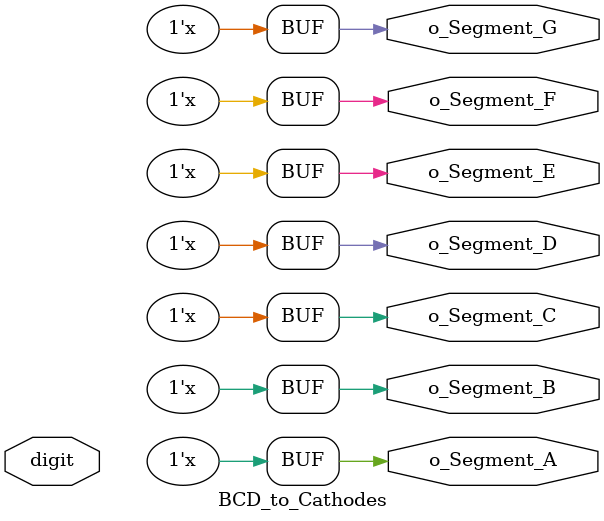
<source format=v>
`timescale 1ns / 1ps


module BCD_to_Cathodes(
//input mode,
//input [3:0]ans,
input [7:0] digit,
output  reg  o_Segment_A,
output reg o_Segment_B,
output reg o_Segment_C,
output reg o_Segment_D,
output reg o_Segment_E,
output reg o_Segment_F,
output reg o_Segment_G
    );

reg [6:0]    r_Encoding = 7'b0000000;

always@ (digit)
begin

//    case(digit)
//        4'b0000 : r_Encoding <= 7'b1111110;//0
//        4'b0001 : r_Encoding <= 7'b0110000;//1
//        4'b0010 : r_Encoding <= 7'b1101101;//2
//        4'b0011 : r_Encoding <= 7'b1111001;//3
//        4'b0100 : r_Encoding <= 7'b0110011;//4       
//        4'b0101 : r_Encoding <= 7'b1011011;//5
//        4'b0110 : r_Encoding <= 7'b1011111;//6
//        4'b0111 : r_Encoding <= 7'b1110000;//7
//        4'b1000 : r_Encoding <= 7'b1111111;//8
//        4'b1001 : r_Encoding <= 7'b1111011;//9
//        4'b1010 : r_Encoding <= 7'b1110111;//A
//        4'b1011 : r_Encoding <= 7'b0011111;//B
//        4'b1100 : r_Encoding <= 7'b1001110;//C
//        4'b1101 : r_Encoding <= 7'b0111101;//D
//        4'b1110 : r_Encoding <= 7'b1001111;//E
//        4'b1111 : r_Encoding <= 7'b1000111;//F
//    endcase

//   o_Segment_A = ~r_Encoding[6];
//   o_Segment_B = ~r_Encoding[5];
//   o_Segment_C = ~r_Encoding[4];
//   o_Segment_D = ~r_Encoding[3];
//   o_Segment_E = ~r_Encoding[2];
//   o_Segment_F = ~r_Encoding[1];
//   o_Segment_G = ~r_Encoding[0];
//end

    case(digit)
        8'b00000000 : r_Encoding <= 7'b1111110;//0
        8'b00000001 : r_Encoding <= 7'b0110000;//1
        8'b00000010 : r_Encoding <= 7'b1101101;//2
        8'b00000011 : r_Encoding <= 7'b1111001;//3
        8'b00000100 : r_Encoding <= 7'b0110011;//4       
        8'b00000101 : r_Encoding <= 7'b1011011;//5
        8'b00000110 : r_Encoding <= 7'b1011111;//6
        8'b00000111 : r_Encoding <= 7'b1110000;//7
        8'b00001000 : r_Encoding <= 7'b1111111;//8
        8'b00001001 : r_Encoding <= 7'b1111011;//9
        8'b00001010 : r_Encoding <= 7'b1011011;//S
//        8'b00001010 : r_Encoding <= 7'b1110111;//A
//        8'b00001011 : r_Encoding <= 7'b0011111;//B
        8'b00001100 : r_Encoding <= 7'b1001110;//C
//        8'b00001101 : r_Encoding <= 7'b0111101;//D
        8'b00001011 : r_Encoding <= 7'b1000110;//R
        8'b00001110 : r_Encoding <= 7'b1001111;//E
//        8'b00001111 : r_Encoding <= 7'b1000111;//F
        //8'b00010000 : r_Encoding <= 7'b1000111;//G
        8'b00010001 : r_Encoding <= 7'b0001110;//L
        8'b11111110 : r_Encoding <= 7'b0000001;//minus
        8'b11111111 : r_Encoding <= 7'b0000000;//empty
        endcase
//        if(digit[3] == 4'b1111)
//        begin
//        r_Encoding <= 7'b0000001; //minus
//        end


   o_Segment_A = ~r_Encoding[6];
   o_Segment_B = ~r_Encoding[5];
   o_Segment_C = ~r_Encoding[4];
   o_Segment_D = ~r_Encoding[3];
   o_Segment_E = ~r_Encoding[2];
   o_Segment_F = ~r_Encoding[1];
   o_Segment_G = ~r_Encoding[0];
end
endmodule

</source>
